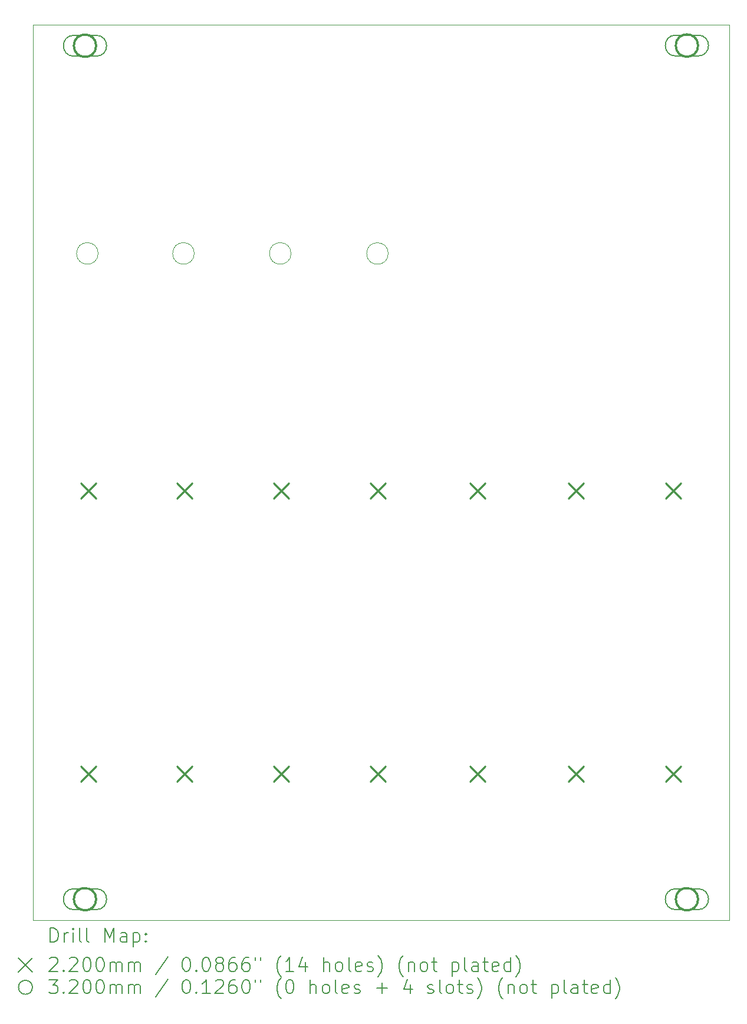
<source format=gbr>
%FSLAX45Y45*%
G04 Gerber Fmt 4.5, Leading zero omitted, Abs format (unit mm)*
G04 Created by KiCad (PCBNEW (6.0.0-0)) date 2022-12-13 15:44:48*
%MOMM*%
%LPD*%
G01*
G04 APERTURE LIST*
%TA.AperFunction,Profile*%
%ADD10C,0.100000*%
%TD*%
%ADD11C,0.200000*%
%ADD12C,0.220000*%
%ADD13C,0.320000*%
G04 APERTURE END LIST*
D10*
X19505200Y-5577700D02*
G75*
G03*
X19505200Y-5577700I-155000J0D01*
G01*
X16735200Y-5577700D02*
G75*
G03*
X16735200Y-5577700I-155000J0D01*
G01*
X18115200Y-5577700D02*
G75*
G03*
X18115200Y-5577700I-155000J0D01*
G01*
X15796600Y-2296700D02*
X25796600Y-2296700D01*
X25796600Y-2296700D02*
X25796600Y-15146700D01*
X25796600Y-15146700D02*
X15796600Y-15146700D01*
X15796600Y-15146700D02*
X15796600Y-2296700D01*
X20901200Y-5578700D02*
G75*
G03*
X20901200Y-5578700I-155000J0D01*
G01*
D11*
D12*
X16482100Y-8876300D02*
X16702100Y-9096300D01*
X16702100Y-8876300D02*
X16482100Y-9096300D01*
X16482100Y-12934500D02*
X16702100Y-13154500D01*
X16702100Y-12934500D02*
X16482100Y-13154500D01*
X17864600Y-8876300D02*
X18084600Y-9096300D01*
X18084600Y-8876300D02*
X17864600Y-9096300D01*
X17864600Y-12934500D02*
X18084600Y-13154500D01*
X18084600Y-12934500D02*
X17864600Y-13154500D01*
X19250700Y-8876300D02*
X19470700Y-9096300D01*
X19470700Y-8876300D02*
X19250700Y-9096300D01*
X19250700Y-12934500D02*
X19470700Y-13154500D01*
X19470700Y-12934500D02*
X19250700Y-13154500D01*
X20647300Y-8876300D02*
X20867300Y-9096300D01*
X20867300Y-8876300D02*
X20647300Y-9096300D01*
X20647300Y-12934500D02*
X20867300Y-13154500D01*
X20867300Y-12934500D02*
X20647300Y-13154500D01*
X22073200Y-8876300D02*
X22293200Y-9096300D01*
X22293200Y-8876300D02*
X22073200Y-9096300D01*
X22073200Y-12934500D02*
X22293200Y-13154500D01*
X22293200Y-12934500D02*
X22073200Y-13154500D01*
X23492100Y-8876300D02*
X23712100Y-9096300D01*
X23712100Y-8876300D02*
X23492100Y-9096300D01*
X23492100Y-12934500D02*
X23712100Y-13154500D01*
X23712100Y-12934500D02*
X23492100Y-13154500D01*
X24889100Y-8876300D02*
X25109100Y-9096300D01*
X25109100Y-8876300D02*
X24889100Y-9096300D01*
X24889100Y-12934500D02*
X25109100Y-13154500D01*
X25109100Y-12934500D02*
X24889100Y-13154500D01*
D13*
X16706600Y-2596700D02*
G75*
G03*
X16706600Y-2596700I-160000J0D01*
G01*
D11*
X16386600Y-2746700D02*
X16706600Y-2746700D01*
X16386600Y-2446700D02*
X16706600Y-2446700D01*
X16706600Y-2746700D02*
G75*
G03*
X16706600Y-2446700I0J150000D01*
G01*
X16386600Y-2446700D02*
G75*
G03*
X16386600Y-2746700I0J-150000D01*
G01*
D13*
X16706600Y-14846700D02*
G75*
G03*
X16706600Y-14846700I-160000J0D01*
G01*
D11*
X16386600Y-14996700D02*
X16706600Y-14996700D01*
X16386600Y-14696700D02*
X16706600Y-14696700D01*
X16706600Y-14996700D02*
G75*
G03*
X16706600Y-14696700I0J150000D01*
G01*
X16386600Y-14696700D02*
G75*
G03*
X16386600Y-14996700I0J-150000D01*
G01*
D13*
X25350200Y-2594100D02*
G75*
G03*
X25350200Y-2594100I-160000J0D01*
G01*
D11*
X25030200Y-2744100D02*
X25350200Y-2744100D01*
X25030200Y-2444100D02*
X25350200Y-2444100D01*
X25350200Y-2744100D02*
G75*
G03*
X25350200Y-2444100I0J150000D01*
G01*
X25030200Y-2444100D02*
G75*
G03*
X25030200Y-2744100I0J-150000D01*
G01*
D13*
X25350200Y-14846700D02*
G75*
G03*
X25350200Y-14846700I-160000J0D01*
G01*
D11*
X25030200Y-14996700D02*
X25350200Y-14996700D01*
X25030200Y-14696700D02*
X25350200Y-14696700D01*
X25350200Y-14996700D02*
G75*
G03*
X25350200Y-14696700I0J150000D01*
G01*
X25030200Y-14696700D02*
G75*
G03*
X25030200Y-14996700I0J-150000D01*
G01*
X16049219Y-15462176D02*
X16049219Y-15262176D01*
X16096838Y-15262176D01*
X16125409Y-15271700D01*
X16144457Y-15290748D01*
X16153981Y-15309795D01*
X16163505Y-15347890D01*
X16163505Y-15376462D01*
X16153981Y-15414557D01*
X16144457Y-15433605D01*
X16125409Y-15452652D01*
X16096838Y-15462176D01*
X16049219Y-15462176D01*
X16249219Y-15462176D02*
X16249219Y-15328843D01*
X16249219Y-15366938D02*
X16258743Y-15347890D01*
X16268267Y-15338367D01*
X16287314Y-15328843D01*
X16306362Y-15328843D01*
X16373028Y-15462176D02*
X16373028Y-15328843D01*
X16373028Y-15262176D02*
X16363505Y-15271700D01*
X16373028Y-15281224D01*
X16382552Y-15271700D01*
X16373028Y-15262176D01*
X16373028Y-15281224D01*
X16496838Y-15462176D02*
X16477790Y-15452652D01*
X16468267Y-15433605D01*
X16468267Y-15262176D01*
X16601600Y-15462176D02*
X16582552Y-15452652D01*
X16573028Y-15433605D01*
X16573028Y-15262176D01*
X16830171Y-15462176D02*
X16830171Y-15262176D01*
X16896838Y-15405033D01*
X16963505Y-15262176D01*
X16963505Y-15462176D01*
X17144457Y-15462176D02*
X17144457Y-15357414D01*
X17134933Y-15338367D01*
X17115886Y-15328843D01*
X17077790Y-15328843D01*
X17058743Y-15338367D01*
X17144457Y-15452652D02*
X17125410Y-15462176D01*
X17077790Y-15462176D01*
X17058743Y-15452652D01*
X17049219Y-15433605D01*
X17049219Y-15414557D01*
X17058743Y-15395509D01*
X17077790Y-15385986D01*
X17125410Y-15385986D01*
X17144457Y-15376462D01*
X17239695Y-15328843D02*
X17239695Y-15528843D01*
X17239695Y-15338367D02*
X17258743Y-15328843D01*
X17296838Y-15328843D01*
X17315886Y-15338367D01*
X17325410Y-15347890D01*
X17334933Y-15366938D01*
X17334933Y-15424081D01*
X17325410Y-15443128D01*
X17315886Y-15452652D01*
X17296838Y-15462176D01*
X17258743Y-15462176D01*
X17239695Y-15452652D01*
X17420648Y-15443128D02*
X17430171Y-15452652D01*
X17420648Y-15462176D01*
X17411124Y-15452652D01*
X17420648Y-15443128D01*
X17420648Y-15462176D01*
X17420648Y-15338367D02*
X17430171Y-15347890D01*
X17420648Y-15357414D01*
X17411124Y-15347890D01*
X17420648Y-15338367D01*
X17420648Y-15357414D01*
X15591600Y-15691700D02*
X15791600Y-15891700D01*
X15791600Y-15691700D02*
X15591600Y-15891700D01*
X16039695Y-15701224D02*
X16049219Y-15691700D01*
X16068267Y-15682176D01*
X16115886Y-15682176D01*
X16134933Y-15691700D01*
X16144457Y-15701224D01*
X16153981Y-15720271D01*
X16153981Y-15739319D01*
X16144457Y-15767890D01*
X16030171Y-15882176D01*
X16153981Y-15882176D01*
X16239695Y-15863128D02*
X16249219Y-15872652D01*
X16239695Y-15882176D01*
X16230171Y-15872652D01*
X16239695Y-15863128D01*
X16239695Y-15882176D01*
X16325409Y-15701224D02*
X16334933Y-15691700D01*
X16353981Y-15682176D01*
X16401600Y-15682176D01*
X16420648Y-15691700D01*
X16430171Y-15701224D01*
X16439695Y-15720271D01*
X16439695Y-15739319D01*
X16430171Y-15767890D01*
X16315886Y-15882176D01*
X16439695Y-15882176D01*
X16563505Y-15682176D02*
X16582552Y-15682176D01*
X16601600Y-15691700D01*
X16611124Y-15701224D01*
X16620648Y-15720271D01*
X16630171Y-15758367D01*
X16630171Y-15805986D01*
X16620648Y-15844081D01*
X16611124Y-15863128D01*
X16601600Y-15872652D01*
X16582552Y-15882176D01*
X16563505Y-15882176D01*
X16544457Y-15872652D01*
X16534933Y-15863128D01*
X16525409Y-15844081D01*
X16515886Y-15805986D01*
X16515886Y-15758367D01*
X16525409Y-15720271D01*
X16534933Y-15701224D01*
X16544457Y-15691700D01*
X16563505Y-15682176D01*
X16753981Y-15682176D02*
X16773028Y-15682176D01*
X16792076Y-15691700D01*
X16801600Y-15701224D01*
X16811124Y-15720271D01*
X16820648Y-15758367D01*
X16820648Y-15805986D01*
X16811124Y-15844081D01*
X16801600Y-15863128D01*
X16792076Y-15872652D01*
X16773028Y-15882176D01*
X16753981Y-15882176D01*
X16734933Y-15872652D01*
X16725409Y-15863128D01*
X16715886Y-15844081D01*
X16706362Y-15805986D01*
X16706362Y-15758367D01*
X16715886Y-15720271D01*
X16725409Y-15701224D01*
X16734933Y-15691700D01*
X16753981Y-15682176D01*
X16906362Y-15882176D02*
X16906362Y-15748843D01*
X16906362Y-15767890D02*
X16915886Y-15758367D01*
X16934933Y-15748843D01*
X16963505Y-15748843D01*
X16982552Y-15758367D01*
X16992076Y-15777414D01*
X16992076Y-15882176D01*
X16992076Y-15777414D02*
X17001600Y-15758367D01*
X17020648Y-15748843D01*
X17049219Y-15748843D01*
X17068267Y-15758367D01*
X17077790Y-15777414D01*
X17077790Y-15882176D01*
X17173029Y-15882176D02*
X17173029Y-15748843D01*
X17173029Y-15767890D02*
X17182552Y-15758367D01*
X17201600Y-15748843D01*
X17230171Y-15748843D01*
X17249219Y-15758367D01*
X17258743Y-15777414D01*
X17258743Y-15882176D01*
X17258743Y-15777414D02*
X17268267Y-15758367D01*
X17287314Y-15748843D01*
X17315886Y-15748843D01*
X17334933Y-15758367D01*
X17344457Y-15777414D01*
X17344457Y-15882176D01*
X17734933Y-15672652D02*
X17563505Y-15929795D01*
X17992076Y-15682176D02*
X18011124Y-15682176D01*
X18030171Y-15691700D01*
X18039695Y-15701224D01*
X18049219Y-15720271D01*
X18058743Y-15758367D01*
X18058743Y-15805986D01*
X18049219Y-15844081D01*
X18039695Y-15863128D01*
X18030171Y-15872652D01*
X18011124Y-15882176D01*
X17992076Y-15882176D01*
X17973029Y-15872652D01*
X17963505Y-15863128D01*
X17953981Y-15844081D01*
X17944457Y-15805986D01*
X17944457Y-15758367D01*
X17953981Y-15720271D01*
X17963505Y-15701224D01*
X17973029Y-15691700D01*
X17992076Y-15682176D01*
X18144457Y-15863128D02*
X18153981Y-15872652D01*
X18144457Y-15882176D01*
X18134933Y-15872652D01*
X18144457Y-15863128D01*
X18144457Y-15882176D01*
X18277790Y-15682176D02*
X18296838Y-15682176D01*
X18315886Y-15691700D01*
X18325410Y-15701224D01*
X18334933Y-15720271D01*
X18344457Y-15758367D01*
X18344457Y-15805986D01*
X18334933Y-15844081D01*
X18325410Y-15863128D01*
X18315886Y-15872652D01*
X18296838Y-15882176D01*
X18277790Y-15882176D01*
X18258743Y-15872652D01*
X18249219Y-15863128D01*
X18239695Y-15844081D01*
X18230171Y-15805986D01*
X18230171Y-15758367D01*
X18239695Y-15720271D01*
X18249219Y-15701224D01*
X18258743Y-15691700D01*
X18277790Y-15682176D01*
X18458743Y-15767890D02*
X18439695Y-15758367D01*
X18430171Y-15748843D01*
X18420648Y-15729795D01*
X18420648Y-15720271D01*
X18430171Y-15701224D01*
X18439695Y-15691700D01*
X18458743Y-15682176D01*
X18496838Y-15682176D01*
X18515886Y-15691700D01*
X18525410Y-15701224D01*
X18534933Y-15720271D01*
X18534933Y-15729795D01*
X18525410Y-15748843D01*
X18515886Y-15758367D01*
X18496838Y-15767890D01*
X18458743Y-15767890D01*
X18439695Y-15777414D01*
X18430171Y-15786938D01*
X18420648Y-15805986D01*
X18420648Y-15844081D01*
X18430171Y-15863128D01*
X18439695Y-15872652D01*
X18458743Y-15882176D01*
X18496838Y-15882176D01*
X18515886Y-15872652D01*
X18525410Y-15863128D01*
X18534933Y-15844081D01*
X18534933Y-15805986D01*
X18525410Y-15786938D01*
X18515886Y-15777414D01*
X18496838Y-15767890D01*
X18706362Y-15682176D02*
X18668267Y-15682176D01*
X18649219Y-15691700D01*
X18639695Y-15701224D01*
X18620648Y-15729795D01*
X18611124Y-15767890D01*
X18611124Y-15844081D01*
X18620648Y-15863128D01*
X18630171Y-15872652D01*
X18649219Y-15882176D01*
X18687314Y-15882176D01*
X18706362Y-15872652D01*
X18715886Y-15863128D01*
X18725410Y-15844081D01*
X18725410Y-15796462D01*
X18715886Y-15777414D01*
X18706362Y-15767890D01*
X18687314Y-15758367D01*
X18649219Y-15758367D01*
X18630171Y-15767890D01*
X18620648Y-15777414D01*
X18611124Y-15796462D01*
X18896838Y-15682176D02*
X18858743Y-15682176D01*
X18839695Y-15691700D01*
X18830171Y-15701224D01*
X18811124Y-15729795D01*
X18801600Y-15767890D01*
X18801600Y-15844081D01*
X18811124Y-15863128D01*
X18820648Y-15872652D01*
X18839695Y-15882176D01*
X18877790Y-15882176D01*
X18896838Y-15872652D01*
X18906362Y-15863128D01*
X18915886Y-15844081D01*
X18915886Y-15796462D01*
X18906362Y-15777414D01*
X18896838Y-15767890D01*
X18877790Y-15758367D01*
X18839695Y-15758367D01*
X18820648Y-15767890D01*
X18811124Y-15777414D01*
X18801600Y-15796462D01*
X18992076Y-15682176D02*
X18992076Y-15720271D01*
X19068267Y-15682176D02*
X19068267Y-15720271D01*
X19363505Y-15958367D02*
X19353981Y-15948843D01*
X19334933Y-15920271D01*
X19325410Y-15901224D01*
X19315886Y-15872652D01*
X19306362Y-15825033D01*
X19306362Y-15786938D01*
X19315886Y-15739319D01*
X19325410Y-15710748D01*
X19334933Y-15691700D01*
X19353981Y-15663128D01*
X19363505Y-15653605D01*
X19544457Y-15882176D02*
X19430171Y-15882176D01*
X19487314Y-15882176D02*
X19487314Y-15682176D01*
X19468267Y-15710748D01*
X19449219Y-15729795D01*
X19430171Y-15739319D01*
X19715886Y-15748843D02*
X19715886Y-15882176D01*
X19668267Y-15672652D02*
X19620648Y-15815509D01*
X19744457Y-15815509D01*
X19973029Y-15882176D02*
X19973029Y-15682176D01*
X20058743Y-15882176D02*
X20058743Y-15777414D01*
X20049219Y-15758367D01*
X20030171Y-15748843D01*
X20001600Y-15748843D01*
X19982552Y-15758367D01*
X19973029Y-15767890D01*
X20182552Y-15882176D02*
X20163505Y-15872652D01*
X20153981Y-15863128D01*
X20144457Y-15844081D01*
X20144457Y-15786938D01*
X20153981Y-15767890D01*
X20163505Y-15758367D01*
X20182552Y-15748843D01*
X20211124Y-15748843D01*
X20230171Y-15758367D01*
X20239695Y-15767890D01*
X20249219Y-15786938D01*
X20249219Y-15844081D01*
X20239695Y-15863128D01*
X20230171Y-15872652D01*
X20211124Y-15882176D01*
X20182552Y-15882176D01*
X20363505Y-15882176D02*
X20344457Y-15872652D01*
X20334933Y-15853605D01*
X20334933Y-15682176D01*
X20515886Y-15872652D02*
X20496838Y-15882176D01*
X20458743Y-15882176D01*
X20439695Y-15872652D01*
X20430171Y-15853605D01*
X20430171Y-15777414D01*
X20439695Y-15758367D01*
X20458743Y-15748843D01*
X20496838Y-15748843D01*
X20515886Y-15758367D01*
X20525410Y-15777414D01*
X20525410Y-15796462D01*
X20430171Y-15815509D01*
X20601600Y-15872652D02*
X20620648Y-15882176D01*
X20658743Y-15882176D01*
X20677790Y-15872652D01*
X20687314Y-15853605D01*
X20687314Y-15844081D01*
X20677790Y-15825033D01*
X20658743Y-15815509D01*
X20630171Y-15815509D01*
X20611124Y-15805986D01*
X20601600Y-15786938D01*
X20601600Y-15777414D01*
X20611124Y-15758367D01*
X20630171Y-15748843D01*
X20658743Y-15748843D01*
X20677790Y-15758367D01*
X20753981Y-15958367D02*
X20763505Y-15948843D01*
X20782552Y-15920271D01*
X20792076Y-15901224D01*
X20801600Y-15872652D01*
X20811124Y-15825033D01*
X20811124Y-15786938D01*
X20801600Y-15739319D01*
X20792076Y-15710748D01*
X20782552Y-15691700D01*
X20763505Y-15663128D01*
X20753981Y-15653605D01*
X21115886Y-15958367D02*
X21106362Y-15948843D01*
X21087314Y-15920271D01*
X21077790Y-15901224D01*
X21068267Y-15872652D01*
X21058743Y-15825033D01*
X21058743Y-15786938D01*
X21068267Y-15739319D01*
X21077790Y-15710748D01*
X21087314Y-15691700D01*
X21106362Y-15663128D01*
X21115886Y-15653605D01*
X21192076Y-15748843D02*
X21192076Y-15882176D01*
X21192076Y-15767890D02*
X21201600Y-15758367D01*
X21220648Y-15748843D01*
X21249219Y-15748843D01*
X21268267Y-15758367D01*
X21277790Y-15777414D01*
X21277790Y-15882176D01*
X21401600Y-15882176D02*
X21382552Y-15872652D01*
X21373029Y-15863128D01*
X21363505Y-15844081D01*
X21363505Y-15786938D01*
X21373029Y-15767890D01*
X21382552Y-15758367D01*
X21401600Y-15748843D01*
X21430171Y-15748843D01*
X21449219Y-15758367D01*
X21458743Y-15767890D01*
X21468267Y-15786938D01*
X21468267Y-15844081D01*
X21458743Y-15863128D01*
X21449219Y-15872652D01*
X21430171Y-15882176D01*
X21401600Y-15882176D01*
X21525410Y-15748843D02*
X21601600Y-15748843D01*
X21553981Y-15682176D02*
X21553981Y-15853605D01*
X21563505Y-15872652D01*
X21582552Y-15882176D01*
X21601600Y-15882176D01*
X21820648Y-15748843D02*
X21820648Y-15948843D01*
X21820648Y-15758367D02*
X21839695Y-15748843D01*
X21877790Y-15748843D01*
X21896838Y-15758367D01*
X21906362Y-15767890D01*
X21915886Y-15786938D01*
X21915886Y-15844081D01*
X21906362Y-15863128D01*
X21896838Y-15872652D01*
X21877790Y-15882176D01*
X21839695Y-15882176D01*
X21820648Y-15872652D01*
X22030171Y-15882176D02*
X22011124Y-15872652D01*
X22001600Y-15853605D01*
X22001600Y-15682176D01*
X22192076Y-15882176D02*
X22192076Y-15777414D01*
X22182552Y-15758367D01*
X22163505Y-15748843D01*
X22125410Y-15748843D01*
X22106362Y-15758367D01*
X22192076Y-15872652D02*
X22173029Y-15882176D01*
X22125410Y-15882176D01*
X22106362Y-15872652D01*
X22096838Y-15853605D01*
X22096838Y-15834557D01*
X22106362Y-15815509D01*
X22125410Y-15805986D01*
X22173029Y-15805986D01*
X22192076Y-15796462D01*
X22258743Y-15748843D02*
X22334933Y-15748843D01*
X22287314Y-15682176D02*
X22287314Y-15853605D01*
X22296838Y-15872652D01*
X22315886Y-15882176D01*
X22334933Y-15882176D01*
X22477790Y-15872652D02*
X22458743Y-15882176D01*
X22420648Y-15882176D01*
X22401600Y-15872652D01*
X22392076Y-15853605D01*
X22392076Y-15777414D01*
X22401600Y-15758367D01*
X22420648Y-15748843D01*
X22458743Y-15748843D01*
X22477790Y-15758367D01*
X22487314Y-15777414D01*
X22487314Y-15796462D01*
X22392076Y-15815509D01*
X22658743Y-15882176D02*
X22658743Y-15682176D01*
X22658743Y-15872652D02*
X22639695Y-15882176D01*
X22601600Y-15882176D01*
X22582552Y-15872652D01*
X22573028Y-15863128D01*
X22563505Y-15844081D01*
X22563505Y-15786938D01*
X22573028Y-15767890D01*
X22582552Y-15758367D01*
X22601600Y-15748843D01*
X22639695Y-15748843D01*
X22658743Y-15758367D01*
X22734933Y-15958367D02*
X22744457Y-15948843D01*
X22763505Y-15920271D01*
X22773028Y-15901224D01*
X22782552Y-15872652D01*
X22792076Y-15825033D01*
X22792076Y-15786938D01*
X22782552Y-15739319D01*
X22773028Y-15710748D01*
X22763505Y-15691700D01*
X22744457Y-15663128D01*
X22734933Y-15653605D01*
X15791600Y-16111700D02*
G75*
G03*
X15791600Y-16111700I-100000J0D01*
G01*
X16030171Y-16002176D02*
X16153981Y-16002176D01*
X16087314Y-16078367D01*
X16115886Y-16078367D01*
X16134933Y-16087890D01*
X16144457Y-16097414D01*
X16153981Y-16116462D01*
X16153981Y-16164081D01*
X16144457Y-16183128D01*
X16134933Y-16192652D01*
X16115886Y-16202176D01*
X16058743Y-16202176D01*
X16039695Y-16192652D01*
X16030171Y-16183128D01*
X16239695Y-16183128D02*
X16249219Y-16192652D01*
X16239695Y-16202176D01*
X16230171Y-16192652D01*
X16239695Y-16183128D01*
X16239695Y-16202176D01*
X16325409Y-16021224D02*
X16334933Y-16011700D01*
X16353981Y-16002176D01*
X16401600Y-16002176D01*
X16420648Y-16011700D01*
X16430171Y-16021224D01*
X16439695Y-16040271D01*
X16439695Y-16059319D01*
X16430171Y-16087890D01*
X16315886Y-16202176D01*
X16439695Y-16202176D01*
X16563505Y-16002176D02*
X16582552Y-16002176D01*
X16601600Y-16011700D01*
X16611124Y-16021224D01*
X16620648Y-16040271D01*
X16630171Y-16078367D01*
X16630171Y-16125986D01*
X16620648Y-16164081D01*
X16611124Y-16183128D01*
X16601600Y-16192652D01*
X16582552Y-16202176D01*
X16563505Y-16202176D01*
X16544457Y-16192652D01*
X16534933Y-16183128D01*
X16525409Y-16164081D01*
X16515886Y-16125986D01*
X16515886Y-16078367D01*
X16525409Y-16040271D01*
X16534933Y-16021224D01*
X16544457Y-16011700D01*
X16563505Y-16002176D01*
X16753981Y-16002176D02*
X16773028Y-16002176D01*
X16792076Y-16011700D01*
X16801600Y-16021224D01*
X16811124Y-16040271D01*
X16820648Y-16078367D01*
X16820648Y-16125986D01*
X16811124Y-16164081D01*
X16801600Y-16183128D01*
X16792076Y-16192652D01*
X16773028Y-16202176D01*
X16753981Y-16202176D01*
X16734933Y-16192652D01*
X16725409Y-16183128D01*
X16715886Y-16164081D01*
X16706362Y-16125986D01*
X16706362Y-16078367D01*
X16715886Y-16040271D01*
X16725409Y-16021224D01*
X16734933Y-16011700D01*
X16753981Y-16002176D01*
X16906362Y-16202176D02*
X16906362Y-16068843D01*
X16906362Y-16087890D02*
X16915886Y-16078367D01*
X16934933Y-16068843D01*
X16963505Y-16068843D01*
X16982552Y-16078367D01*
X16992076Y-16097414D01*
X16992076Y-16202176D01*
X16992076Y-16097414D02*
X17001600Y-16078367D01*
X17020648Y-16068843D01*
X17049219Y-16068843D01*
X17068267Y-16078367D01*
X17077790Y-16097414D01*
X17077790Y-16202176D01*
X17173029Y-16202176D02*
X17173029Y-16068843D01*
X17173029Y-16087890D02*
X17182552Y-16078367D01*
X17201600Y-16068843D01*
X17230171Y-16068843D01*
X17249219Y-16078367D01*
X17258743Y-16097414D01*
X17258743Y-16202176D01*
X17258743Y-16097414D02*
X17268267Y-16078367D01*
X17287314Y-16068843D01*
X17315886Y-16068843D01*
X17334933Y-16078367D01*
X17344457Y-16097414D01*
X17344457Y-16202176D01*
X17734933Y-15992652D02*
X17563505Y-16249795D01*
X17992076Y-16002176D02*
X18011124Y-16002176D01*
X18030171Y-16011700D01*
X18039695Y-16021224D01*
X18049219Y-16040271D01*
X18058743Y-16078367D01*
X18058743Y-16125986D01*
X18049219Y-16164081D01*
X18039695Y-16183128D01*
X18030171Y-16192652D01*
X18011124Y-16202176D01*
X17992076Y-16202176D01*
X17973029Y-16192652D01*
X17963505Y-16183128D01*
X17953981Y-16164081D01*
X17944457Y-16125986D01*
X17944457Y-16078367D01*
X17953981Y-16040271D01*
X17963505Y-16021224D01*
X17973029Y-16011700D01*
X17992076Y-16002176D01*
X18144457Y-16183128D02*
X18153981Y-16192652D01*
X18144457Y-16202176D01*
X18134933Y-16192652D01*
X18144457Y-16183128D01*
X18144457Y-16202176D01*
X18344457Y-16202176D02*
X18230171Y-16202176D01*
X18287314Y-16202176D02*
X18287314Y-16002176D01*
X18268267Y-16030748D01*
X18249219Y-16049795D01*
X18230171Y-16059319D01*
X18420648Y-16021224D02*
X18430171Y-16011700D01*
X18449219Y-16002176D01*
X18496838Y-16002176D01*
X18515886Y-16011700D01*
X18525410Y-16021224D01*
X18534933Y-16040271D01*
X18534933Y-16059319D01*
X18525410Y-16087890D01*
X18411124Y-16202176D01*
X18534933Y-16202176D01*
X18706362Y-16002176D02*
X18668267Y-16002176D01*
X18649219Y-16011700D01*
X18639695Y-16021224D01*
X18620648Y-16049795D01*
X18611124Y-16087890D01*
X18611124Y-16164081D01*
X18620648Y-16183128D01*
X18630171Y-16192652D01*
X18649219Y-16202176D01*
X18687314Y-16202176D01*
X18706362Y-16192652D01*
X18715886Y-16183128D01*
X18725410Y-16164081D01*
X18725410Y-16116462D01*
X18715886Y-16097414D01*
X18706362Y-16087890D01*
X18687314Y-16078367D01*
X18649219Y-16078367D01*
X18630171Y-16087890D01*
X18620648Y-16097414D01*
X18611124Y-16116462D01*
X18849219Y-16002176D02*
X18868267Y-16002176D01*
X18887314Y-16011700D01*
X18896838Y-16021224D01*
X18906362Y-16040271D01*
X18915886Y-16078367D01*
X18915886Y-16125986D01*
X18906362Y-16164081D01*
X18896838Y-16183128D01*
X18887314Y-16192652D01*
X18868267Y-16202176D01*
X18849219Y-16202176D01*
X18830171Y-16192652D01*
X18820648Y-16183128D01*
X18811124Y-16164081D01*
X18801600Y-16125986D01*
X18801600Y-16078367D01*
X18811124Y-16040271D01*
X18820648Y-16021224D01*
X18830171Y-16011700D01*
X18849219Y-16002176D01*
X18992076Y-16002176D02*
X18992076Y-16040271D01*
X19068267Y-16002176D02*
X19068267Y-16040271D01*
X19363505Y-16278367D02*
X19353981Y-16268843D01*
X19334933Y-16240271D01*
X19325410Y-16221224D01*
X19315886Y-16192652D01*
X19306362Y-16145033D01*
X19306362Y-16106938D01*
X19315886Y-16059319D01*
X19325410Y-16030748D01*
X19334933Y-16011700D01*
X19353981Y-15983128D01*
X19363505Y-15973605D01*
X19477790Y-16002176D02*
X19496838Y-16002176D01*
X19515886Y-16011700D01*
X19525410Y-16021224D01*
X19534933Y-16040271D01*
X19544457Y-16078367D01*
X19544457Y-16125986D01*
X19534933Y-16164081D01*
X19525410Y-16183128D01*
X19515886Y-16192652D01*
X19496838Y-16202176D01*
X19477790Y-16202176D01*
X19458743Y-16192652D01*
X19449219Y-16183128D01*
X19439695Y-16164081D01*
X19430171Y-16125986D01*
X19430171Y-16078367D01*
X19439695Y-16040271D01*
X19449219Y-16021224D01*
X19458743Y-16011700D01*
X19477790Y-16002176D01*
X19782552Y-16202176D02*
X19782552Y-16002176D01*
X19868267Y-16202176D02*
X19868267Y-16097414D01*
X19858743Y-16078367D01*
X19839695Y-16068843D01*
X19811124Y-16068843D01*
X19792076Y-16078367D01*
X19782552Y-16087890D01*
X19992076Y-16202176D02*
X19973029Y-16192652D01*
X19963505Y-16183128D01*
X19953981Y-16164081D01*
X19953981Y-16106938D01*
X19963505Y-16087890D01*
X19973029Y-16078367D01*
X19992076Y-16068843D01*
X20020648Y-16068843D01*
X20039695Y-16078367D01*
X20049219Y-16087890D01*
X20058743Y-16106938D01*
X20058743Y-16164081D01*
X20049219Y-16183128D01*
X20039695Y-16192652D01*
X20020648Y-16202176D01*
X19992076Y-16202176D01*
X20173029Y-16202176D02*
X20153981Y-16192652D01*
X20144457Y-16173605D01*
X20144457Y-16002176D01*
X20325410Y-16192652D02*
X20306362Y-16202176D01*
X20268267Y-16202176D01*
X20249219Y-16192652D01*
X20239695Y-16173605D01*
X20239695Y-16097414D01*
X20249219Y-16078367D01*
X20268267Y-16068843D01*
X20306362Y-16068843D01*
X20325410Y-16078367D01*
X20334933Y-16097414D01*
X20334933Y-16116462D01*
X20239695Y-16135509D01*
X20411124Y-16192652D02*
X20430171Y-16202176D01*
X20468267Y-16202176D01*
X20487314Y-16192652D01*
X20496838Y-16173605D01*
X20496838Y-16164081D01*
X20487314Y-16145033D01*
X20468267Y-16135509D01*
X20439695Y-16135509D01*
X20420648Y-16125986D01*
X20411124Y-16106938D01*
X20411124Y-16097414D01*
X20420648Y-16078367D01*
X20439695Y-16068843D01*
X20468267Y-16068843D01*
X20487314Y-16078367D01*
X20734933Y-16125986D02*
X20887314Y-16125986D01*
X20811124Y-16202176D02*
X20811124Y-16049795D01*
X21220648Y-16068843D02*
X21220648Y-16202176D01*
X21173029Y-15992652D02*
X21125410Y-16135509D01*
X21249219Y-16135509D01*
X21468267Y-16192652D02*
X21487314Y-16202176D01*
X21525410Y-16202176D01*
X21544457Y-16192652D01*
X21553981Y-16173605D01*
X21553981Y-16164081D01*
X21544457Y-16145033D01*
X21525410Y-16135509D01*
X21496838Y-16135509D01*
X21477790Y-16125986D01*
X21468267Y-16106938D01*
X21468267Y-16097414D01*
X21477790Y-16078367D01*
X21496838Y-16068843D01*
X21525410Y-16068843D01*
X21544457Y-16078367D01*
X21668267Y-16202176D02*
X21649219Y-16192652D01*
X21639695Y-16173605D01*
X21639695Y-16002176D01*
X21773029Y-16202176D02*
X21753981Y-16192652D01*
X21744457Y-16183128D01*
X21734933Y-16164081D01*
X21734933Y-16106938D01*
X21744457Y-16087890D01*
X21753981Y-16078367D01*
X21773029Y-16068843D01*
X21801600Y-16068843D01*
X21820648Y-16078367D01*
X21830171Y-16087890D01*
X21839695Y-16106938D01*
X21839695Y-16164081D01*
X21830171Y-16183128D01*
X21820648Y-16192652D01*
X21801600Y-16202176D01*
X21773029Y-16202176D01*
X21896838Y-16068843D02*
X21973029Y-16068843D01*
X21925410Y-16002176D02*
X21925410Y-16173605D01*
X21934933Y-16192652D01*
X21953981Y-16202176D01*
X21973029Y-16202176D01*
X22030171Y-16192652D02*
X22049219Y-16202176D01*
X22087314Y-16202176D01*
X22106362Y-16192652D01*
X22115886Y-16173605D01*
X22115886Y-16164081D01*
X22106362Y-16145033D01*
X22087314Y-16135509D01*
X22058743Y-16135509D01*
X22039695Y-16125986D01*
X22030171Y-16106938D01*
X22030171Y-16097414D01*
X22039695Y-16078367D01*
X22058743Y-16068843D01*
X22087314Y-16068843D01*
X22106362Y-16078367D01*
X22182552Y-16278367D02*
X22192076Y-16268843D01*
X22211124Y-16240271D01*
X22220648Y-16221224D01*
X22230171Y-16192652D01*
X22239695Y-16145033D01*
X22239695Y-16106938D01*
X22230171Y-16059319D01*
X22220648Y-16030748D01*
X22211124Y-16011700D01*
X22192076Y-15983128D01*
X22182552Y-15973605D01*
X22544457Y-16278367D02*
X22534933Y-16268843D01*
X22515886Y-16240271D01*
X22506362Y-16221224D01*
X22496838Y-16192652D01*
X22487314Y-16145033D01*
X22487314Y-16106938D01*
X22496838Y-16059319D01*
X22506362Y-16030748D01*
X22515886Y-16011700D01*
X22534933Y-15983128D01*
X22544457Y-15973605D01*
X22620648Y-16068843D02*
X22620648Y-16202176D01*
X22620648Y-16087890D02*
X22630171Y-16078367D01*
X22649219Y-16068843D01*
X22677790Y-16068843D01*
X22696838Y-16078367D01*
X22706362Y-16097414D01*
X22706362Y-16202176D01*
X22830171Y-16202176D02*
X22811124Y-16192652D01*
X22801600Y-16183128D01*
X22792076Y-16164081D01*
X22792076Y-16106938D01*
X22801600Y-16087890D01*
X22811124Y-16078367D01*
X22830171Y-16068843D01*
X22858743Y-16068843D01*
X22877790Y-16078367D01*
X22887314Y-16087890D01*
X22896838Y-16106938D01*
X22896838Y-16164081D01*
X22887314Y-16183128D01*
X22877790Y-16192652D01*
X22858743Y-16202176D01*
X22830171Y-16202176D01*
X22953981Y-16068843D02*
X23030171Y-16068843D01*
X22982552Y-16002176D02*
X22982552Y-16173605D01*
X22992076Y-16192652D01*
X23011124Y-16202176D01*
X23030171Y-16202176D01*
X23249219Y-16068843D02*
X23249219Y-16268843D01*
X23249219Y-16078367D02*
X23268267Y-16068843D01*
X23306362Y-16068843D01*
X23325409Y-16078367D01*
X23334933Y-16087890D01*
X23344457Y-16106938D01*
X23344457Y-16164081D01*
X23334933Y-16183128D01*
X23325409Y-16192652D01*
X23306362Y-16202176D01*
X23268267Y-16202176D01*
X23249219Y-16192652D01*
X23458743Y-16202176D02*
X23439695Y-16192652D01*
X23430171Y-16173605D01*
X23430171Y-16002176D01*
X23620648Y-16202176D02*
X23620648Y-16097414D01*
X23611124Y-16078367D01*
X23592076Y-16068843D01*
X23553981Y-16068843D01*
X23534933Y-16078367D01*
X23620648Y-16192652D02*
X23601600Y-16202176D01*
X23553981Y-16202176D01*
X23534933Y-16192652D01*
X23525409Y-16173605D01*
X23525409Y-16154557D01*
X23534933Y-16135509D01*
X23553981Y-16125986D01*
X23601600Y-16125986D01*
X23620648Y-16116462D01*
X23687314Y-16068843D02*
X23763505Y-16068843D01*
X23715886Y-16002176D02*
X23715886Y-16173605D01*
X23725409Y-16192652D01*
X23744457Y-16202176D01*
X23763505Y-16202176D01*
X23906362Y-16192652D02*
X23887314Y-16202176D01*
X23849219Y-16202176D01*
X23830171Y-16192652D01*
X23820648Y-16173605D01*
X23820648Y-16097414D01*
X23830171Y-16078367D01*
X23849219Y-16068843D01*
X23887314Y-16068843D01*
X23906362Y-16078367D01*
X23915886Y-16097414D01*
X23915886Y-16116462D01*
X23820648Y-16135509D01*
X24087314Y-16202176D02*
X24087314Y-16002176D01*
X24087314Y-16192652D02*
X24068267Y-16202176D01*
X24030171Y-16202176D01*
X24011124Y-16192652D01*
X24001600Y-16183128D01*
X23992076Y-16164081D01*
X23992076Y-16106938D01*
X24001600Y-16087890D01*
X24011124Y-16078367D01*
X24030171Y-16068843D01*
X24068267Y-16068843D01*
X24087314Y-16078367D01*
X24163505Y-16278367D02*
X24173028Y-16268843D01*
X24192076Y-16240271D01*
X24201600Y-16221224D01*
X24211124Y-16192652D01*
X24220648Y-16145033D01*
X24220648Y-16106938D01*
X24211124Y-16059319D01*
X24201600Y-16030748D01*
X24192076Y-16011700D01*
X24173028Y-15983128D01*
X24163505Y-15973605D01*
M02*

</source>
